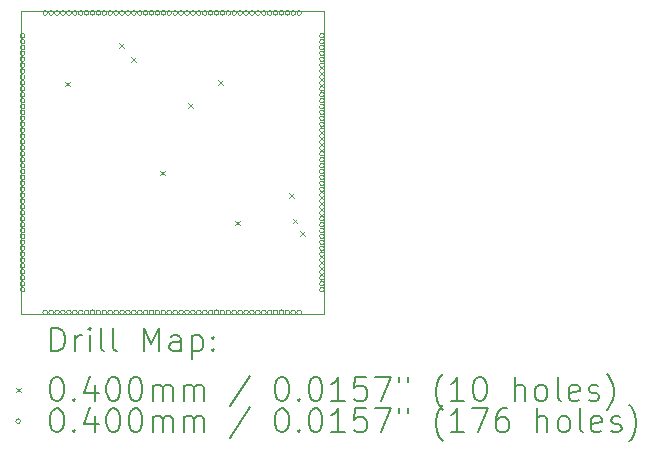
<source format=gbr>
%TF.GenerationSoftware,KiCad,Pcbnew,7.0.8*%
%TF.CreationDate,2024-01-22T11:33:53+00:00*%
%TF.ProjectId,Neptune-32x-315-5818-bypass,4e657074-756e-4652-9d33-32782d333135,rev?*%
%TF.SameCoordinates,Original*%
%TF.FileFunction,Drillmap*%
%TF.FilePolarity,Positive*%
%FSLAX45Y45*%
G04 Gerber Fmt 4.5, Leading zero omitted, Abs format (unit mm)*
G04 Created by KiCad (PCBNEW 7.0.8) date 2024-01-22 11:33:53*
%MOMM*%
%LPD*%
G01*
G04 APERTURE LIST*
%ADD10C,0.100000*%
%ADD11C,0.200000*%
%ADD12C,0.040000*%
G04 APERTURE END LIST*
D10*
X12433300Y-7614920D02*
X14993620Y-7614920D01*
X14993620Y-10175240D01*
X12433300Y-10175240D01*
X12433300Y-7614920D01*
D11*
D12*
X12807250Y-8208450D02*
X12847250Y-8248450D01*
X12847250Y-8208450D02*
X12807250Y-8248450D01*
X13265800Y-7882570D02*
X13305800Y-7922570D01*
X13305800Y-7882570D02*
X13265800Y-7922570D01*
X13365370Y-8003460D02*
X13405370Y-8043460D01*
X13405370Y-8003460D02*
X13365370Y-8043460D01*
X13610460Y-8961720D02*
X13650460Y-9001720D01*
X13650460Y-8961720D02*
X13610460Y-9001720D01*
X13846120Y-8391390D02*
X13886120Y-8431390D01*
X13886120Y-8391390D02*
X13846120Y-8431390D01*
X14099470Y-8196460D02*
X14139470Y-8236460D01*
X14139470Y-8196460D02*
X14099470Y-8236460D01*
X14247890Y-9385990D02*
X14287890Y-9425990D01*
X14287890Y-9385990D02*
X14247890Y-9425990D01*
X14705140Y-9150300D02*
X14745140Y-9190300D01*
X14745140Y-9150300D02*
X14705140Y-9190300D01*
X14731270Y-9368290D02*
X14771270Y-9408290D01*
X14771270Y-9368290D02*
X14731270Y-9408290D01*
X14796220Y-9474330D02*
X14836220Y-9514330D01*
X14836220Y-9474330D02*
X14796220Y-9514330D01*
X12465380Y-7820040D02*
G75*
G03*
X12465380Y-7820040I-20000J0D01*
G01*
X12465380Y-7870040D02*
G75*
G03*
X12465380Y-7870040I-20000J0D01*
G01*
X12465380Y-7920040D02*
G75*
G03*
X12465380Y-7920040I-20000J0D01*
G01*
X12465380Y-7970040D02*
G75*
G03*
X12465380Y-7970040I-20000J0D01*
G01*
X12465380Y-8020040D02*
G75*
G03*
X12465380Y-8020040I-20000J0D01*
G01*
X12465380Y-8070040D02*
G75*
G03*
X12465380Y-8070040I-20000J0D01*
G01*
X12465380Y-8120040D02*
G75*
G03*
X12465380Y-8120040I-20000J0D01*
G01*
X12465380Y-8170040D02*
G75*
G03*
X12465380Y-8170040I-20000J0D01*
G01*
X12465380Y-8220040D02*
G75*
G03*
X12465380Y-8220040I-20000J0D01*
G01*
X12465380Y-8270040D02*
G75*
G03*
X12465380Y-8270040I-20000J0D01*
G01*
X12465380Y-8320040D02*
G75*
G03*
X12465380Y-8320040I-20000J0D01*
G01*
X12465380Y-8370040D02*
G75*
G03*
X12465380Y-8370040I-20000J0D01*
G01*
X12465380Y-8420040D02*
G75*
G03*
X12465380Y-8420040I-20000J0D01*
G01*
X12465380Y-8470040D02*
G75*
G03*
X12465380Y-8470040I-20000J0D01*
G01*
X12465380Y-8520040D02*
G75*
G03*
X12465380Y-8520040I-20000J0D01*
G01*
X12465380Y-8570040D02*
G75*
G03*
X12465380Y-8570040I-20000J0D01*
G01*
X12465380Y-8620040D02*
G75*
G03*
X12465380Y-8620040I-20000J0D01*
G01*
X12465380Y-8670040D02*
G75*
G03*
X12465380Y-8670040I-20000J0D01*
G01*
X12465380Y-8720040D02*
G75*
G03*
X12465380Y-8720040I-20000J0D01*
G01*
X12465380Y-8770040D02*
G75*
G03*
X12465380Y-8770040I-20000J0D01*
G01*
X12465380Y-8820040D02*
G75*
G03*
X12465380Y-8820040I-20000J0D01*
G01*
X12465380Y-8870040D02*
G75*
G03*
X12465380Y-8870040I-20000J0D01*
G01*
X12465380Y-8920040D02*
G75*
G03*
X12465380Y-8920040I-20000J0D01*
G01*
X12465380Y-8970040D02*
G75*
G03*
X12465380Y-8970040I-20000J0D01*
G01*
X12465380Y-9020040D02*
G75*
G03*
X12465380Y-9020040I-20000J0D01*
G01*
X12465380Y-9070040D02*
G75*
G03*
X12465380Y-9070040I-20000J0D01*
G01*
X12465380Y-9120040D02*
G75*
G03*
X12465380Y-9120040I-20000J0D01*
G01*
X12465380Y-9170040D02*
G75*
G03*
X12465380Y-9170040I-20000J0D01*
G01*
X12465380Y-9220040D02*
G75*
G03*
X12465380Y-9220040I-20000J0D01*
G01*
X12465380Y-9270040D02*
G75*
G03*
X12465380Y-9270040I-20000J0D01*
G01*
X12465380Y-9320040D02*
G75*
G03*
X12465380Y-9320040I-20000J0D01*
G01*
X12465380Y-9370040D02*
G75*
G03*
X12465380Y-9370040I-20000J0D01*
G01*
X12465380Y-9420040D02*
G75*
G03*
X12465380Y-9420040I-20000J0D01*
G01*
X12465380Y-9470040D02*
G75*
G03*
X12465380Y-9470040I-20000J0D01*
G01*
X12465380Y-9520040D02*
G75*
G03*
X12465380Y-9520040I-20000J0D01*
G01*
X12465380Y-9570040D02*
G75*
G03*
X12465380Y-9570040I-20000J0D01*
G01*
X12465380Y-9620040D02*
G75*
G03*
X12465380Y-9620040I-20000J0D01*
G01*
X12465380Y-9670040D02*
G75*
G03*
X12465380Y-9670040I-20000J0D01*
G01*
X12465380Y-9720040D02*
G75*
G03*
X12465380Y-9720040I-20000J0D01*
G01*
X12465380Y-9770040D02*
G75*
G03*
X12465380Y-9770040I-20000J0D01*
G01*
X12465380Y-9820040D02*
G75*
G03*
X12465380Y-9820040I-20000J0D01*
G01*
X12465380Y-9870040D02*
G75*
G03*
X12465380Y-9870040I-20000J0D01*
G01*
X12465380Y-9920040D02*
G75*
G03*
X12465380Y-9920040I-20000J0D01*
G01*
X12465380Y-9970040D02*
G75*
G03*
X12465380Y-9970040I-20000J0D01*
G01*
X12657880Y-7627540D02*
G75*
G03*
X12657880Y-7627540I-20000J0D01*
G01*
X12657880Y-10162540D02*
G75*
G03*
X12657880Y-10162540I-20000J0D01*
G01*
X12707880Y-7627540D02*
G75*
G03*
X12707880Y-7627540I-20000J0D01*
G01*
X12707880Y-10162540D02*
G75*
G03*
X12707880Y-10162540I-20000J0D01*
G01*
X12757880Y-7627540D02*
G75*
G03*
X12757880Y-7627540I-20000J0D01*
G01*
X12757880Y-10162540D02*
G75*
G03*
X12757880Y-10162540I-20000J0D01*
G01*
X12807880Y-7627540D02*
G75*
G03*
X12807880Y-7627540I-20000J0D01*
G01*
X12807880Y-10162540D02*
G75*
G03*
X12807880Y-10162540I-20000J0D01*
G01*
X12857880Y-7627540D02*
G75*
G03*
X12857880Y-7627540I-20000J0D01*
G01*
X12857880Y-10162540D02*
G75*
G03*
X12857880Y-10162540I-20000J0D01*
G01*
X12907880Y-7627540D02*
G75*
G03*
X12907880Y-7627540I-20000J0D01*
G01*
X12907880Y-10162540D02*
G75*
G03*
X12907880Y-10162540I-20000J0D01*
G01*
X12957880Y-7627540D02*
G75*
G03*
X12957880Y-7627540I-20000J0D01*
G01*
X12957880Y-10162540D02*
G75*
G03*
X12957880Y-10162540I-20000J0D01*
G01*
X13007880Y-7627540D02*
G75*
G03*
X13007880Y-7627540I-20000J0D01*
G01*
X13007880Y-10162540D02*
G75*
G03*
X13007880Y-10162540I-20000J0D01*
G01*
X13057880Y-7627540D02*
G75*
G03*
X13057880Y-7627540I-20000J0D01*
G01*
X13057880Y-10162540D02*
G75*
G03*
X13057880Y-10162540I-20000J0D01*
G01*
X13107880Y-7627540D02*
G75*
G03*
X13107880Y-7627540I-20000J0D01*
G01*
X13107880Y-10162540D02*
G75*
G03*
X13107880Y-10162540I-20000J0D01*
G01*
X13157880Y-7627540D02*
G75*
G03*
X13157880Y-7627540I-20000J0D01*
G01*
X13157880Y-10162540D02*
G75*
G03*
X13157880Y-10162540I-20000J0D01*
G01*
X13207880Y-7627540D02*
G75*
G03*
X13207880Y-7627540I-20000J0D01*
G01*
X13207880Y-10162540D02*
G75*
G03*
X13207880Y-10162540I-20000J0D01*
G01*
X13257880Y-7627540D02*
G75*
G03*
X13257880Y-7627540I-20000J0D01*
G01*
X13257880Y-10162540D02*
G75*
G03*
X13257880Y-10162540I-20000J0D01*
G01*
X13307880Y-7627540D02*
G75*
G03*
X13307880Y-7627540I-20000J0D01*
G01*
X13307880Y-10162540D02*
G75*
G03*
X13307880Y-10162540I-20000J0D01*
G01*
X13357880Y-7627540D02*
G75*
G03*
X13357880Y-7627540I-20000J0D01*
G01*
X13357880Y-10162540D02*
G75*
G03*
X13357880Y-10162540I-20000J0D01*
G01*
X13407880Y-7627540D02*
G75*
G03*
X13407880Y-7627540I-20000J0D01*
G01*
X13407880Y-10162540D02*
G75*
G03*
X13407880Y-10162540I-20000J0D01*
G01*
X13457880Y-7627540D02*
G75*
G03*
X13457880Y-7627540I-20000J0D01*
G01*
X13457880Y-10162540D02*
G75*
G03*
X13457880Y-10162540I-20000J0D01*
G01*
X13507880Y-7627540D02*
G75*
G03*
X13507880Y-7627540I-20000J0D01*
G01*
X13507880Y-10162540D02*
G75*
G03*
X13507880Y-10162540I-20000J0D01*
G01*
X13557880Y-7627540D02*
G75*
G03*
X13557880Y-7627540I-20000J0D01*
G01*
X13557880Y-10162540D02*
G75*
G03*
X13557880Y-10162540I-20000J0D01*
G01*
X13607880Y-7627540D02*
G75*
G03*
X13607880Y-7627540I-20000J0D01*
G01*
X13607880Y-10162540D02*
G75*
G03*
X13607880Y-10162540I-20000J0D01*
G01*
X13657880Y-7627540D02*
G75*
G03*
X13657880Y-7627540I-20000J0D01*
G01*
X13657880Y-10162540D02*
G75*
G03*
X13657880Y-10162540I-20000J0D01*
G01*
X13707880Y-7627540D02*
G75*
G03*
X13707880Y-7627540I-20000J0D01*
G01*
X13707880Y-10162540D02*
G75*
G03*
X13707880Y-10162540I-20000J0D01*
G01*
X13757880Y-7627540D02*
G75*
G03*
X13757880Y-7627540I-20000J0D01*
G01*
X13757880Y-10162540D02*
G75*
G03*
X13757880Y-10162540I-20000J0D01*
G01*
X13807880Y-7627540D02*
G75*
G03*
X13807880Y-7627540I-20000J0D01*
G01*
X13807880Y-10162540D02*
G75*
G03*
X13807880Y-10162540I-20000J0D01*
G01*
X13857880Y-7627540D02*
G75*
G03*
X13857880Y-7627540I-20000J0D01*
G01*
X13857880Y-10162540D02*
G75*
G03*
X13857880Y-10162540I-20000J0D01*
G01*
X13907880Y-7627540D02*
G75*
G03*
X13907880Y-7627540I-20000J0D01*
G01*
X13907880Y-10162540D02*
G75*
G03*
X13907880Y-10162540I-20000J0D01*
G01*
X13957880Y-7627540D02*
G75*
G03*
X13957880Y-7627540I-20000J0D01*
G01*
X13957880Y-10162540D02*
G75*
G03*
X13957880Y-10162540I-20000J0D01*
G01*
X14007880Y-7627540D02*
G75*
G03*
X14007880Y-7627540I-20000J0D01*
G01*
X14007880Y-10162540D02*
G75*
G03*
X14007880Y-10162540I-20000J0D01*
G01*
X14057880Y-7627540D02*
G75*
G03*
X14057880Y-7627540I-20000J0D01*
G01*
X14057880Y-10162540D02*
G75*
G03*
X14057880Y-10162540I-20000J0D01*
G01*
X14107880Y-7627540D02*
G75*
G03*
X14107880Y-7627540I-20000J0D01*
G01*
X14107880Y-10162540D02*
G75*
G03*
X14107880Y-10162540I-20000J0D01*
G01*
X14157880Y-7627540D02*
G75*
G03*
X14157880Y-7627540I-20000J0D01*
G01*
X14157880Y-10162540D02*
G75*
G03*
X14157880Y-10162540I-20000J0D01*
G01*
X14207880Y-7627540D02*
G75*
G03*
X14207880Y-7627540I-20000J0D01*
G01*
X14207880Y-10162540D02*
G75*
G03*
X14207880Y-10162540I-20000J0D01*
G01*
X14257880Y-7627540D02*
G75*
G03*
X14257880Y-7627540I-20000J0D01*
G01*
X14257880Y-10162540D02*
G75*
G03*
X14257880Y-10162540I-20000J0D01*
G01*
X14307880Y-7627540D02*
G75*
G03*
X14307880Y-7627540I-20000J0D01*
G01*
X14307880Y-10162540D02*
G75*
G03*
X14307880Y-10162540I-20000J0D01*
G01*
X14357880Y-7627540D02*
G75*
G03*
X14357880Y-7627540I-20000J0D01*
G01*
X14357880Y-10162540D02*
G75*
G03*
X14357880Y-10162540I-20000J0D01*
G01*
X14407880Y-7627540D02*
G75*
G03*
X14407880Y-7627540I-20000J0D01*
G01*
X14407880Y-10162540D02*
G75*
G03*
X14407880Y-10162540I-20000J0D01*
G01*
X14457880Y-7627540D02*
G75*
G03*
X14457880Y-7627540I-20000J0D01*
G01*
X14457880Y-10162540D02*
G75*
G03*
X14457880Y-10162540I-20000J0D01*
G01*
X14507880Y-7627540D02*
G75*
G03*
X14507880Y-7627540I-20000J0D01*
G01*
X14507880Y-10162540D02*
G75*
G03*
X14507880Y-10162540I-20000J0D01*
G01*
X14557880Y-7627540D02*
G75*
G03*
X14557880Y-7627540I-20000J0D01*
G01*
X14557880Y-10162540D02*
G75*
G03*
X14557880Y-10162540I-20000J0D01*
G01*
X14607880Y-7627540D02*
G75*
G03*
X14607880Y-7627540I-20000J0D01*
G01*
X14607880Y-10162540D02*
G75*
G03*
X14607880Y-10162540I-20000J0D01*
G01*
X14657880Y-7627540D02*
G75*
G03*
X14657880Y-7627540I-20000J0D01*
G01*
X14657880Y-10162540D02*
G75*
G03*
X14657880Y-10162540I-20000J0D01*
G01*
X14707880Y-7627540D02*
G75*
G03*
X14707880Y-7627540I-20000J0D01*
G01*
X14707880Y-10162540D02*
G75*
G03*
X14707880Y-10162540I-20000J0D01*
G01*
X14757880Y-7627540D02*
G75*
G03*
X14757880Y-7627540I-20000J0D01*
G01*
X14757880Y-10162540D02*
G75*
G03*
X14757880Y-10162540I-20000J0D01*
G01*
X14807880Y-7627540D02*
G75*
G03*
X14807880Y-7627540I-20000J0D01*
G01*
X14807880Y-10162540D02*
G75*
G03*
X14807880Y-10162540I-20000J0D01*
G01*
X15000380Y-7820040D02*
G75*
G03*
X15000380Y-7820040I-20000J0D01*
G01*
X15000380Y-7870040D02*
G75*
G03*
X15000380Y-7870040I-20000J0D01*
G01*
X15000380Y-7920040D02*
G75*
G03*
X15000380Y-7920040I-20000J0D01*
G01*
X15000380Y-7970040D02*
G75*
G03*
X15000380Y-7970040I-20000J0D01*
G01*
X15000380Y-8020040D02*
G75*
G03*
X15000380Y-8020040I-20000J0D01*
G01*
X15000380Y-8070040D02*
G75*
G03*
X15000380Y-8070040I-20000J0D01*
G01*
X15000380Y-8120040D02*
G75*
G03*
X15000380Y-8120040I-20000J0D01*
G01*
X15000380Y-8170040D02*
G75*
G03*
X15000380Y-8170040I-20000J0D01*
G01*
X15000380Y-8220040D02*
G75*
G03*
X15000380Y-8220040I-20000J0D01*
G01*
X15000380Y-8270040D02*
G75*
G03*
X15000380Y-8270040I-20000J0D01*
G01*
X15000380Y-8320040D02*
G75*
G03*
X15000380Y-8320040I-20000J0D01*
G01*
X15000380Y-8370040D02*
G75*
G03*
X15000380Y-8370040I-20000J0D01*
G01*
X15000380Y-8420040D02*
G75*
G03*
X15000380Y-8420040I-20000J0D01*
G01*
X15000380Y-8470040D02*
G75*
G03*
X15000380Y-8470040I-20000J0D01*
G01*
X15000380Y-8520040D02*
G75*
G03*
X15000380Y-8520040I-20000J0D01*
G01*
X15000380Y-8570040D02*
G75*
G03*
X15000380Y-8570040I-20000J0D01*
G01*
X15000380Y-8620040D02*
G75*
G03*
X15000380Y-8620040I-20000J0D01*
G01*
X15000380Y-8670040D02*
G75*
G03*
X15000380Y-8670040I-20000J0D01*
G01*
X15000380Y-8720040D02*
G75*
G03*
X15000380Y-8720040I-20000J0D01*
G01*
X15000380Y-8770040D02*
G75*
G03*
X15000380Y-8770040I-20000J0D01*
G01*
X15000380Y-8820040D02*
G75*
G03*
X15000380Y-8820040I-20000J0D01*
G01*
X15000380Y-8870040D02*
G75*
G03*
X15000380Y-8870040I-20000J0D01*
G01*
X15000380Y-8920040D02*
G75*
G03*
X15000380Y-8920040I-20000J0D01*
G01*
X15000380Y-8970040D02*
G75*
G03*
X15000380Y-8970040I-20000J0D01*
G01*
X15000380Y-9020040D02*
G75*
G03*
X15000380Y-9020040I-20000J0D01*
G01*
X15000380Y-9070040D02*
G75*
G03*
X15000380Y-9070040I-20000J0D01*
G01*
X15000380Y-9120040D02*
G75*
G03*
X15000380Y-9120040I-20000J0D01*
G01*
X15000380Y-9170040D02*
G75*
G03*
X15000380Y-9170040I-20000J0D01*
G01*
X15000380Y-9220040D02*
G75*
G03*
X15000380Y-9220040I-20000J0D01*
G01*
X15000380Y-9270040D02*
G75*
G03*
X15000380Y-9270040I-20000J0D01*
G01*
X15000380Y-9320040D02*
G75*
G03*
X15000380Y-9320040I-20000J0D01*
G01*
X15000380Y-9370040D02*
G75*
G03*
X15000380Y-9370040I-20000J0D01*
G01*
X15000380Y-9420040D02*
G75*
G03*
X15000380Y-9420040I-20000J0D01*
G01*
X15000380Y-9470040D02*
G75*
G03*
X15000380Y-9470040I-20000J0D01*
G01*
X15000380Y-9520040D02*
G75*
G03*
X15000380Y-9520040I-20000J0D01*
G01*
X15000380Y-9570040D02*
G75*
G03*
X15000380Y-9570040I-20000J0D01*
G01*
X15000380Y-9620040D02*
G75*
G03*
X15000380Y-9620040I-20000J0D01*
G01*
X15000380Y-9670040D02*
G75*
G03*
X15000380Y-9670040I-20000J0D01*
G01*
X15000380Y-9720040D02*
G75*
G03*
X15000380Y-9720040I-20000J0D01*
G01*
X15000380Y-9770040D02*
G75*
G03*
X15000380Y-9770040I-20000J0D01*
G01*
X15000380Y-9820040D02*
G75*
G03*
X15000380Y-9820040I-20000J0D01*
G01*
X15000380Y-9870040D02*
G75*
G03*
X15000380Y-9870040I-20000J0D01*
G01*
X15000380Y-9920040D02*
G75*
G03*
X15000380Y-9920040I-20000J0D01*
G01*
X15000380Y-9970040D02*
G75*
G03*
X15000380Y-9970040I-20000J0D01*
G01*
D11*
X12689077Y-10491724D02*
X12689077Y-10291724D01*
X12689077Y-10291724D02*
X12736696Y-10291724D01*
X12736696Y-10291724D02*
X12765267Y-10301248D01*
X12765267Y-10301248D02*
X12784315Y-10320295D01*
X12784315Y-10320295D02*
X12793839Y-10339343D01*
X12793839Y-10339343D02*
X12803362Y-10377438D01*
X12803362Y-10377438D02*
X12803362Y-10406010D01*
X12803362Y-10406010D02*
X12793839Y-10444105D01*
X12793839Y-10444105D02*
X12784315Y-10463152D01*
X12784315Y-10463152D02*
X12765267Y-10482200D01*
X12765267Y-10482200D02*
X12736696Y-10491724D01*
X12736696Y-10491724D02*
X12689077Y-10491724D01*
X12889077Y-10491724D02*
X12889077Y-10358390D01*
X12889077Y-10396486D02*
X12898601Y-10377438D01*
X12898601Y-10377438D02*
X12908124Y-10367914D01*
X12908124Y-10367914D02*
X12927172Y-10358390D01*
X12927172Y-10358390D02*
X12946220Y-10358390D01*
X13012886Y-10491724D02*
X13012886Y-10358390D01*
X13012886Y-10291724D02*
X13003362Y-10301248D01*
X13003362Y-10301248D02*
X13012886Y-10310771D01*
X13012886Y-10310771D02*
X13022410Y-10301248D01*
X13022410Y-10301248D02*
X13012886Y-10291724D01*
X13012886Y-10291724D02*
X13012886Y-10310771D01*
X13136696Y-10491724D02*
X13117648Y-10482200D01*
X13117648Y-10482200D02*
X13108124Y-10463152D01*
X13108124Y-10463152D02*
X13108124Y-10291724D01*
X13241458Y-10491724D02*
X13222410Y-10482200D01*
X13222410Y-10482200D02*
X13212886Y-10463152D01*
X13212886Y-10463152D02*
X13212886Y-10291724D01*
X13470029Y-10491724D02*
X13470029Y-10291724D01*
X13470029Y-10291724D02*
X13536696Y-10434581D01*
X13536696Y-10434581D02*
X13603362Y-10291724D01*
X13603362Y-10291724D02*
X13603362Y-10491724D01*
X13784315Y-10491724D02*
X13784315Y-10386962D01*
X13784315Y-10386962D02*
X13774791Y-10367914D01*
X13774791Y-10367914D02*
X13755743Y-10358390D01*
X13755743Y-10358390D02*
X13717648Y-10358390D01*
X13717648Y-10358390D02*
X13698601Y-10367914D01*
X13784315Y-10482200D02*
X13765267Y-10491724D01*
X13765267Y-10491724D02*
X13717648Y-10491724D01*
X13717648Y-10491724D02*
X13698601Y-10482200D01*
X13698601Y-10482200D02*
X13689077Y-10463152D01*
X13689077Y-10463152D02*
X13689077Y-10444105D01*
X13689077Y-10444105D02*
X13698601Y-10425057D01*
X13698601Y-10425057D02*
X13717648Y-10415533D01*
X13717648Y-10415533D02*
X13765267Y-10415533D01*
X13765267Y-10415533D02*
X13784315Y-10406010D01*
X13879553Y-10358390D02*
X13879553Y-10558390D01*
X13879553Y-10367914D02*
X13898601Y-10358390D01*
X13898601Y-10358390D02*
X13936696Y-10358390D01*
X13936696Y-10358390D02*
X13955743Y-10367914D01*
X13955743Y-10367914D02*
X13965267Y-10377438D01*
X13965267Y-10377438D02*
X13974791Y-10396486D01*
X13974791Y-10396486D02*
X13974791Y-10453629D01*
X13974791Y-10453629D02*
X13965267Y-10472676D01*
X13965267Y-10472676D02*
X13955743Y-10482200D01*
X13955743Y-10482200D02*
X13936696Y-10491724D01*
X13936696Y-10491724D02*
X13898601Y-10491724D01*
X13898601Y-10491724D02*
X13879553Y-10482200D01*
X14060505Y-10472676D02*
X14070029Y-10482200D01*
X14070029Y-10482200D02*
X14060505Y-10491724D01*
X14060505Y-10491724D02*
X14050982Y-10482200D01*
X14050982Y-10482200D02*
X14060505Y-10472676D01*
X14060505Y-10472676D02*
X14060505Y-10491724D01*
X14060505Y-10367914D02*
X14070029Y-10377438D01*
X14070029Y-10377438D02*
X14060505Y-10386962D01*
X14060505Y-10386962D02*
X14050982Y-10377438D01*
X14050982Y-10377438D02*
X14060505Y-10367914D01*
X14060505Y-10367914D02*
X14060505Y-10386962D01*
D12*
X12388300Y-10800240D02*
X12428300Y-10840240D01*
X12428300Y-10800240D02*
X12388300Y-10840240D01*
D11*
X12727172Y-10711724D02*
X12746220Y-10711724D01*
X12746220Y-10711724D02*
X12765267Y-10721248D01*
X12765267Y-10721248D02*
X12774791Y-10730771D01*
X12774791Y-10730771D02*
X12784315Y-10749819D01*
X12784315Y-10749819D02*
X12793839Y-10787914D01*
X12793839Y-10787914D02*
X12793839Y-10835533D01*
X12793839Y-10835533D02*
X12784315Y-10873629D01*
X12784315Y-10873629D02*
X12774791Y-10892676D01*
X12774791Y-10892676D02*
X12765267Y-10902200D01*
X12765267Y-10902200D02*
X12746220Y-10911724D01*
X12746220Y-10911724D02*
X12727172Y-10911724D01*
X12727172Y-10911724D02*
X12708124Y-10902200D01*
X12708124Y-10902200D02*
X12698601Y-10892676D01*
X12698601Y-10892676D02*
X12689077Y-10873629D01*
X12689077Y-10873629D02*
X12679553Y-10835533D01*
X12679553Y-10835533D02*
X12679553Y-10787914D01*
X12679553Y-10787914D02*
X12689077Y-10749819D01*
X12689077Y-10749819D02*
X12698601Y-10730771D01*
X12698601Y-10730771D02*
X12708124Y-10721248D01*
X12708124Y-10721248D02*
X12727172Y-10711724D01*
X12879553Y-10892676D02*
X12889077Y-10902200D01*
X12889077Y-10902200D02*
X12879553Y-10911724D01*
X12879553Y-10911724D02*
X12870029Y-10902200D01*
X12870029Y-10902200D02*
X12879553Y-10892676D01*
X12879553Y-10892676D02*
X12879553Y-10911724D01*
X13060505Y-10778390D02*
X13060505Y-10911724D01*
X13012886Y-10702200D02*
X12965267Y-10845057D01*
X12965267Y-10845057D02*
X13089077Y-10845057D01*
X13203362Y-10711724D02*
X13222410Y-10711724D01*
X13222410Y-10711724D02*
X13241458Y-10721248D01*
X13241458Y-10721248D02*
X13250982Y-10730771D01*
X13250982Y-10730771D02*
X13260505Y-10749819D01*
X13260505Y-10749819D02*
X13270029Y-10787914D01*
X13270029Y-10787914D02*
X13270029Y-10835533D01*
X13270029Y-10835533D02*
X13260505Y-10873629D01*
X13260505Y-10873629D02*
X13250982Y-10892676D01*
X13250982Y-10892676D02*
X13241458Y-10902200D01*
X13241458Y-10902200D02*
X13222410Y-10911724D01*
X13222410Y-10911724D02*
X13203362Y-10911724D01*
X13203362Y-10911724D02*
X13184315Y-10902200D01*
X13184315Y-10902200D02*
X13174791Y-10892676D01*
X13174791Y-10892676D02*
X13165267Y-10873629D01*
X13165267Y-10873629D02*
X13155743Y-10835533D01*
X13155743Y-10835533D02*
X13155743Y-10787914D01*
X13155743Y-10787914D02*
X13165267Y-10749819D01*
X13165267Y-10749819D02*
X13174791Y-10730771D01*
X13174791Y-10730771D02*
X13184315Y-10721248D01*
X13184315Y-10721248D02*
X13203362Y-10711724D01*
X13393839Y-10711724D02*
X13412886Y-10711724D01*
X13412886Y-10711724D02*
X13431934Y-10721248D01*
X13431934Y-10721248D02*
X13441458Y-10730771D01*
X13441458Y-10730771D02*
X13450982Y-10749819D01*
X13450982Y-10749819D02*
X13460505Y-10787914D01*
X13460505Y-10787914D02*
X13460505Y-10835533D01*
X13460505Y-10835533D02*
X13450982Y-10873629D01*
X13450982Y-10873629D02*
X13441458Y-10892676D01*
X13441458Y-10892676D02*
X13431934Y-10902200D01*
X13431934Y-10902200D02*
X13412886Y-10911724D01*
X13412886Y-10911724D02*
X13393839Y-10911724D01*
X13393839Y-10911724D02*
X13374791Y-10902200D01*
X13374791Y-10902200D02*
X13365267Y-10892676D01*
X13365267Y-10892676D02*
X13355743Y-10873629D01*
X13355743Y-10873629D02*
X13346220Y-10835533D01*
X13346220Y-10835533D02*
X13346220Y-10787914D01*
X13346220Y-10787914D02*
X13355743Y-10749819D01*
X13355743Y-10749819D02*
X13365267Y-10730771D01*
X13365267Y-10730771D02*
X13374791Y-10721248D01*
X13374791Y-10721248D02*
X13393839Y-10711724D01*
X13546220Y-10911724D02*
X13546220Y-10778390D01*
X13546220Y-10797438D02*
X13555743Y-10787914D01*
X13555743Y-10787914D02*
X13574791Y-10778390D01*
X13574791Y-10778390D02*
X13603363Y-10778390D01*
X13603363Y-10778390D02*
X13622410Y-10787914D01*
X13622410Y-10787914D02*
X13631934Y-10806962D01*
X13631934Y-10806962D02*
X13631934Y-10911724D01*
X13631934Y-10806962D02*
X13641458Y-10787914D01*
X13641458Y-10787914D02*
X13660505Y-10778390D01*
X13660505Y-10778390D02*
X13689077Y-10778390D01*
X13689077Y-10778390D02*
X13708124Y-10787914D01*
X13708124Y-10787914D02*
X13717648Y-10806962D01*
X13717648Y-10806962D02*
X13717648Y-10911724D01*
X13812886Y-10911724D02*
X13812886Y-10778390D01*
X13812886Y-10797438D02*
X13822410Y-10787914D01*
X13822410Y-10787914D02*
X13841458Y-10778390D01*
X13841458Y-10778390D02*
X13870029Y-10778390D01*
X13870029Y-10778390D02*
X13889077Y-10787914D01*
X13889077Y-10787914D02*
X13898601Y-10806962D01*
X13898601Y-10806962D02*
X13898601Y-10911724D01*
X13898601Y-10806962D02*
X13908124Y-10787914D01*
X13908124Y-10787914D02*
X13927172Y-10778390D01*
X13927172Y-10778390D02*
X13955743Y-10778390D01*
X13955743Y-10778390D02*
X13974791Y-10787914D01*
X13974791Y-10787914D02*
X13984315Y-10806962D01*
X13984315Y-10806962D02*
X13984315Y-10911724D01*
X14374791Y-10702200D02*
X14203363Y-10959343D01*
X14631934Y-10711724D02*
X14650982Y-10711724D01*
X14650982Y-10711724D02*
X14670029Y-10721248D01*
X14670029Y-10721248D02*
X14679553Y-10730771D01*
X14679553Y-10730771D02*
X14689077Y-10749819D01*
X14689077Y-10749819D02*
X14698601Y-10787914D01*
X14698601Y-10787914D02*
X14698601Y-10835533D01*
X14698601Y-10835533D02*
X14689077Y-10873629D01*
X14689077Y-10873629D02*
X14679553Y-10892676D01*
X14679553Y-10892676D02*
X14670029Y-10902200D01*
X14670029Y-10902200D02*
X14650982Y-10911724D01*
X14650982Y-10911724D02*
X14631934Y-10911724D01*
X14631934Y-10911724D02*
X14612886Y-10902200D01*
X14612886Y-10902200D02*
X14603363Y-10892676D01*
X14603363Y-10892676D02*
X14593839Y-10873629D01*
X14593839Y-10873629D02*
X14584315Y-10835533D01*
X14584315Y-10835533D02*
X14584315Y-10787914D01*
X14584315Y-10787914D02*
X14593839Y-10749819D01*
X14593839Y-10749819D02*
X14603363Y-10730771D01*
X14603363Y-10730771D02*
X14612886Y-10721248D01*
X14612886Y-10721248D02*
X14631934Y-10711724D01*
X14784315Y-10892676D02*
X14793839Y-10902200D01*
X14793839Y-10902200D02*
X14784315Y-10911724D01*
X14784315Y-10911724D02*
X14774791Y-10902200D01*
X14774791Y-10902200D02*
X14784315Y-10892676D01*
X14784315Y-10892676D02*
X14784315Y-10911724D01*
X14917648Y-10711724D02*
X14936696Y-10711724D01*
X14936696Y-10711724D02*
X14955744Y-10721248D01*
X14955744Y-10721248D02*
X14965267Y-10730771D01*
X14965267Y-10730771D02*
X14974791Y-10749819D01*
X14974791Y-10749819D02*
X14984315Y-10787914D01*
X14984315Y-10787914D02*
X14984315Y-10835533D01*
X14984315Y-10835533D02*
X14974791Y-10873629D01*
X14974791Y-10873629D02*
X14965267Y-10892676D01*
X14965267Y-10892676D02*
X14955744Y-10902200D01*
X14955744Y-10902200D02*
X14936696Y-10911724D01*
X14936696Y-10911724D02*
X14917648Y-10911724D01*
X14917648Y-10911724D02*
X14898601Y-10902200D01*
X14898601Y-10902200D02*
X14889077Y-10892676D01*
X14889077Y-10892676D02*
X14879553Y-10873629D01*
X14879553Y-10873629D02*
X14870029Y-10835533D01*
X14870029Y-10835533D02*
X14870029Y-10787914D01*
X14870029Y-10787914D02*
X14879553Y-10749819D01*
X14879553Y-10749819D02*
X14889077Y-10730771D01*
X14889077Y-10730771D02*
X14898601Y-10721248D01*
X14898601Y-10721248D02*
X14917648Y-10711724D01*
X15174791Y-10911724D02*
X15060506Y-10911724D01*
X15117648Y-10911724D02*
X15117648Y-10711724D01*
X15117648Y-10711724D02*
X15098601Y-10740295D01*
X15098601Y-10740295D02*
X15079553Y-10759343D01*
X15079553Y-10759343D02*
X15060506Y-10768867D01*
X15355744Y-10711724D02*
X15260506Y-10711724D01*
X15260506Y-10711724D02*
X15250982Y-10806962D01*
X15250982Y-10806962D02*
X15260506Y-10797438D01*
X15260506Y-10797438D02*
X15279553Y-10787914D01*
X15279553Y-10787914D02*
X15327172Y-10787914D01*
X15327172Y-10787914D02*
X15346220Y-10797438D01*
X15346220Y-10797438D02*
X15355744Y-10806962D01*
X15355744Y-10806962D02*
X15365267Y-10826010D01*
X15365267Y-10826010D02*
X15365267Y-10873629D01*
X15365267Y-10873629D02*
X15355744Y-10892676D01*
X15355744Y-10892676D02*
X15346220Y-10902200D01*
X15346220Y-10902200D02*
X15327172Y-10911724D01*
X15327172Y-10911724D02*
X15279553Y-10911724D01*
X15279553Y-10911724D02*
X15260506Y-10902200D01*
X15260506Y-10902200D02*
X15250982Y-10892676D01*
X15431934Y-10711724D02*
X15565267Y-10711724D01*
X15565267Y-10711724D02*
X15479553Y-10911724D01*
X15631934Y-10711724D02*
X15631934Y-10749819D01*
X15708125Y-10711724D02*
X15708125Y-10749819D01*
X16003363Y-10987914D02*
X15993839Y-10978390D01*
X15993839Y-10978390D02*
X15974791Y-10949819D01*
X15974791Y-10949819D02*
X15965268Y-10930771D01*
X15965268Y-10930771D02*
X15955744Y-10902200D01*
X15955744Y-10902200D02*
X15946220Y-10854581D01*
X15946220Y-10854581D02*
X15946220Y-10816486D01*
X15946220Y-10816486D02*
X15955744Y-10768867D01*
X15955744Y-10768867D02*
X15965268Y-10740295D01*
X15965268Y-10740295D02*
X15974791Y-10721248D01*
X15974791Y-10721248D02*
X15993839Y-10692676D01*
X15993839Y-10692676D02*
X16003363Y-10683152D01*
X16184315Y-10911724D02*
X16070029Y-10911724D01*
X16127172Y-10911724D02*
X16127172Y-10711724D01*
X16127172Y-10711724D02*
X16108125Y-10740295D01*
X16108125Y-10740295D02*
X16089077Y-10759343D01*
X16089077Y-10759343D02*
X16070029Y-10768867D01*
X16308125Y-10711724D02*
X16327172Y-10711724D01*
X16327172Y-10711724D02*
X16346220Y-10721248D01*
X16346220Y-10721248D02*
X16355744Y-10730771D01*
X16355744Y-10730771D02*
X16365268Y-10749819D01*
X16365268Y-10749819D02*
X16374791Y-10787914D01*
X16374791Y-10787914D02*
X16374791Y-10835533D01*
X16374791Y-10835533D02*
X16365268Y-10873629D01*
X16365268Y-10873629D02*
X16355744Y-10892676D01*
X16355744Y-10892676D02*
X16346220Y-10902200D01*
X16346220Y-10902200D02*
X16327172Y-10911724D01*
X16327172Y-10911724D02*
X16308125Y-10911724D01*
X16308125Y-10911724D02*
X16289077Y-10902200D01*
X16289077Y-10902200D02*
X16279553Y-10892676D01*
X16279553Y-10892676D02*
X16270029Y-10873629D01*
X16270029Y-10873629D02*
X16260506Y-10835533D01*
X16260506Y-10835533D02*
X16260506Y-10787914D01*
X16260506Y-10787914D02*
X16270029Y-10749819D01*
X16270029Y-10749819D02*
X16279553Y-10730771D01*
X16279553Y-10730771D02*
X16289077Y-10721248D01*
X16289077Y-10721248D02*
X16308125Y-10711724D01*
X16612887Y-10911724D02*
X16612887Y-10711724D01*
X16698601Y-10911724D02*
X16698601Y-10806962D01*
X16698601Y-10806962D02*
X16689077Y-10787914D01*
X16689077Y-10787914D02*
X16670030Y-10778390D01*
X16670030Y-10778390D02*
X16641458Y-10778390D01*
X16641458Y-10778390D02*
X16622410Y-10787914D01*
X16622410Y-10787914D02*
X16612887Y-10797438D01*
X16822411Y-10911724D02*
X16803363Y-10902200D01*
X16803363Y-10902200D02*
X16793839Y-10892676D01*
X16793839Y-10892676D02*
X16784315Y-10873629D01*
X16784315Y-10873629D02*
X16784315Y-10816486D01*
X16784315Y-10816486D02*
X16793839Y-10797438D01*
X16793839Y-10797438D02*
X16803363Y-10787914D01*
X16803363Y-10787914D02*
X16822411Y-10778390D01*
X16822411Y-10778390D02*
X16850982Y-10778390D01*
X16850982Y-10778390D02*
X16870030Y-10787914D01*
X16870030Y-10787914D02*
X16879553Y-10797438D01*
X16879553Y-10797438D02*
X16889077Y-10816486D01*
X16889077Y-10816486D02*
X16889077Y-10873629D01*
X16889077Y-10873629D02*
X16879553Y-10892676D01*
X16879553Y-10892676D02*
X16870030Y-10902200D01*
X16870030Y-10902200D02*
X16850982Y-10911724D01*
X16850982Y-10911724D02*
X16822411Y-10911724D01*
X17003363Y-10911724D02*
X16984315Y-10902200D01*
X16984315Y-10902200D02*
X16974792Y-10883152D01*
X16974792Y-10883152D02*
X16974792Y-10711724D01*
X17155744Y-10902200D02*
X17136696Y-10911724D01*
X17136696Y-10911724D02*
X17098601Y-10911724D01*
X17098601Y-10911724D02*
X17079553Y-10902200D01*
X17079553Y-10902200D02*
X17070030Y-10883152D01*
X17070030Y-10883152D02*
X17070030Y-10806962D01*
X17070030Y-10806962D02*
X17079553Y-10787914D01*
X17079553Y-10787914D02*
X17098601Y-10778390D01*
X17098601Y-10778390D02*
X17136696Y-10778390D01*
X17136696Y-10778390D02*
X17155744Y-10787914D01*
X17155744Y-10787914D02*
X17165268Y-10806962D01*
X17165268Y-10806962D02*
X17165268Y-10826010D01*
X17165268Y-10826010D02*
X17070030Y-10845057D01*
X17241458Y-10902200D02*
X17260506Y-10911724D01*
X17260506Y-10911724D02*
X17298601Y-10911724D01*
X17298601Y-10911724D02*
X17317649Y-10902200D01*
X17317649Y-10902200D02*
X17327173Y-10883152D01*
X17327173Y-10883152D02*
X17327173Y-10873629D01*
X17327173Y-10873629D02*
X17317649Y-10854581D01*
X17317649Y-10854581D02*
X17298601Y-10845057D01*
X17298601Y-10845057D02*
X17270030Y-10845057D01*
X17270030Y-10845057D02*
X17250982Y-10835533D01*
X17250982Y-10835533D02*
X17241458Y-10816486D01*
X17241458Y-10816486D02*
X17241458Y-10806962D01*
X17241458Y-10806962D02*
X17250982Y-10787914D01*
X17250982Y-10787914D02*
X17270030Y-10778390D01*
X17270030Y-10778390D02*
X17298601Y-10778390D01*
X17298601Y-10778390D02*
X17317649Y-10787914D01*
X17393839Y-10987914D02*
X17403363Y-10978390D01*
X17403363Y-10978390D02*
X17422411Y-10949819D01*
X17422411Y-10949819D02*
X17431934Y-10930771D01*
X17431934Y-10930771D02*
X17441458Y-10902200D01*
X17441458Y-10902200D02*
X17450982Y-10854581D01*
X17450982Y-10854581D02*
X17450982Y-10816486D01*
X17450982Y-10816486D02*
X17441458Y-10768867D01*
X17441458Y-10768867D02*
X17431934Y-10740295D01*
X17431934Y-10740295D02*
X17422411Y-10721248D01*
X17422411Y-10721248D02*
X17403363Y-10692676D01*
X17403363Y-10692676D02*
X17393839Y-10683152D01*
D12*
X12428300Y-11084240D02*
G75*
G03*
X12428300Y-11084240I-20000J0D01*
G01*
D11*
X12727172Y-10975724D02*
X12746220Y-10975724D01*
X12746220Y-10975724D02*
X12765267Y-10985248D01*
X12765267Y-10985248D02*
X12774791Y-10994771D01*
X12774791Y-10994771D02*
X12784315Y-11013819D01*
X12784315Y-11013819D02*
X12793839Y-11051914D01*
X12793839Y-11051914D02*
X12793839Y-11099533D01*
X12793839Y-11099533D02*
X12784315Y-11137629D01*
X12784315Y-11137629D02*
X12774791Y-11156676D01*
X12774791Y-11156676D02*
X12765267Y-11166200D01*
X12765267Y-11166200D02*
X12746220Y-11175724D01*
X12746220Y-11175724D02*
X12727172Y-11175724D01*
X12727172Y-11175724D02*
X12708124Y-11166200D01*
X12708124Y-11166200D02*
X12698601Y-11156676D01*
X12698601Y-11156676D02*
X12689077Y-11137629D01*
X12689077Y-11137629D02*
X12679553Y-11099533D01*
X12679553Y-11099533D02*
X12679553Y-11051914D01*
X12679553Y-11051914D02*
X12689077Y-11013819D01*
X12689077Y-11013819D02*
X12698601Y-10994771D01*
X12698601Y-10994771D02*
X12708124Y-10985248D01*
X12708124Y-10985248D02*
X12727172Y-10975724D01*
X12879553Y-11156676D02*
X12889077Y-11166200D01*
X12889077Y-11166200D02*
X12879553Y-11175724D01*
X12879553Y-11175724D02*
X12870029Y-11166200D01*
X12870029Y-11166200D02*
X12879553Y-11156676D01*
X12879553Y-11156676D02*
X12879553Y-11175724D01*
X13060505Y-11042390D02*
X13060505Y-11175724D01*
X13012886Y-10966200D02*
X12965267Y-11109057D01*
X12965267Y-11109057D02*
X13089077Y-11109057D01*
X13203362Y-10975724D02*
X13222410Y-10975724D01*
X13222410Y-10975724D02*
X13241458Y-10985248D01*
X13241458Y-10985248D02*
X13250982Y-10994771D01*
X13250982Y-10994771D02*
X13260505Y-11013819D01*
X13260505Y-11013819D02*
X13270029Y-11051914D01*
X13270029Y-11051914D02*
X13270029Y-11099533D01*
X13270029Y-11099533D02*
X13260505Y-11137629D01*
X13260505Y-11137629D02*
X13250982Y-11156676D01*
X13250982Y-11156676D02*
X13241458Y-11166200D01*
X13241458Y-11166200D02*
X13222410Y-11175724D01*
X13222410Y-11175724D02*
X13203362Y-11175724D01*
X13203362Y-11175724D02*
X13184315Y-11166200D01*
X13184315Y-11166200D02*
X13174791Y-11156676D01*
X13174791Y-11156676D02*
X13165267Y-11137629D01*
X13165267Y-11137629D02*
X13155743Y-11099533D01*
X13155743Y-11099533D02*
X13155743Y-11051914D01*
X13155743Y-11051914D02*
X13165267Y-11013819D01*
X13165267Y-11013819D02*
X13174791Y-10994771D01*
X13174791Y-10994771D02*
X13184315Y-10985248D01*
X13184315Y-10985248D02*
X13203362Y-10975724D01*
X13393839Y-10975724D02*
X13412886Y-10975724D01*
X13412886Y-10975724D02*
X13431934Y-10985248D01*
X13431934Y-10985248D02*
X13441458Y-10994771D01*
X13441458Y-10994771D02*
X13450982Y-11013819D01*
X13450982Y-11013819D02*
X13460505Y-11051914D01*
X13460505Y-11051914D02*
X13460505Y-11099533D01*
X13460505Y-11099533D02*
X13450982Y-11137629D01*
X13450982Y-11137629D02*
X13441458Y-11156676D01*
X13441458Y-11156676D02*
X13431934Y-11166200D01*
X13431934Y-11166200D02*
X13412886Y-11175724D01*
X13412886Y-11175724D02*
X13393839Y-11175724D01*
X13393839Y-11175724D02*
X13374791Y-11166200D01*
X13374791Y-11166200D02*
X13365267Y-11156676D01*
X13365267Y-11156676D02*
X13355743Y-11137629D01*
X13355743Y-11137629D02*
X13346220Y-11099533D01*
X13346220Y-11099533D02*
X13346220Y-11051914D01*
X13346220Y-11051914D02*
X13355743Y-11013819D01*
X13355743Y-11013819D02*
X13365267Y-10994771D01*
X13365267Y-10994771D02*
X13374791Y-10985248D01*
X13374791Y-10985248D02*
X13393839Y-10975724D01*
X13546220Y-11175724D02*
X13546220Y-11042390D01*
X13546220Y-11061438D02*
X13555743Y-11051914D01*
X13555743Y-11051914D02*
X13574791Y-11042390D01*
X13574791Y-11042390D02*
X13603363Y-11042390D01*
X13603363Y-11042390D02*
X13622410Y-11051914D01*
X13622410Y-11051914D02*
X13631934Y-11070962D01*
X13631934Y-11070962D02*
X13631934Y-11175724D01*
X13631934Y-11070962D02*
X13641458Y-11051914D01*
X13641458Y-11051914D02*
X13660505Y-11042390D01*
X13660505Y-11042390D02*
X13689077Y-11042390D01*
X13689077Y-11042390D02*
X13708124Y-11051914D01*
X13708124Y-11051914D02*
X13717648Y-11070962D01*
X13717648Y-11070962D02*
X13717648Y-11175724D01*
X13812886Y-11175724D02*
X13812886Y-11042390D01*
X13812886Y-11061438D02*
X13822410Y-11051914D01*
X13822410Y-11051914D02*
X13841458Y-11042390D01*
X13841458Y-11042390D02*
X13870029Y-11042390D01*
X13870029Y-11042390D02*
X13889077Y-11051914D01*
X13889077Y-11051914D02*
X13898601Y-11070962D01*
X13898601Y-11070962D02*
X13898601Y-11175724D01*
X13898601Y-11070962D02*
X13908124Y-11051914D01*
X13908124Y-11051914D02*
X13927172Y-11042390D01*
X13927172Y-11042390D02*
X13955743Y-11042390D01*
X13955743Y-11042390D02*
X13974791Y-11051914D01*
X13974791Y-11051914D02*
X13984315Y-11070962D01*
X13984315Y-11070962D02*
X13984315Y-11175724D01*
X14374791Y-10966200D02*
X14203363Y-11223343D01*
X14631934Y-10975724D02*
X14650982Y-10975724D01*
X14650982Y-10975724D02*
X14670029Y-10985248D01*
X14670029Y-10985248D02*
X14679553Y-10994771D01*
X14679553Y-10994771D02*
X14689077Y-11013819D01*
X14689077Y-11013819D02*
X14698601Y-11051914D01*
X14698601Y-11051914D02*
X14698601Y-11099533D01*
X14698601Y-11099533D02*
X14689077Y-11137629D01*
X14689077Y-11137629D02*
X14679553Y-11156676D01*
X14679553Y-11156676D02*
X14670029Y-11166200D01*
X14670029Y-11166200D02*
X14650982Y-11175724D01*
X14650982Y-11175724D02*
X14631934Y-11175724D01*
X14631934Y-11175724D02*
X14612886Y-11166200D01*
X14612886Y-11166200D02*
X14603363Y-11156676D01*
X14603363Y-11156676D02*
X14593839Y-11137629D01*
X14593839Y-11137629D02*
X14584315Y-11099533D01*
X14584315Y-11099533D02*
X14584315Y-11051914D01*
X14584315Y-11051914D02*
X14593839Y-11013819D01*
X14593839Y-11013819D02*
X14603363Y-10994771D01*
X14603363Y-10994771D02*
X14612886Y-10985248D01*
X14612886Y-10985248D02*
X14631934Y-10975724D01*
X14784315Y-11156676D02*
X14793839Y-11166200D01*
X14793839Y-11166200D02*
X14784315Y-11175724D01*
X14784315Y-11175724D02*
X14774791Y-11166200D01*
X14774791Y-11166200D02*
X14784315Y-11156676D01*
X14784315Y-11156676D02*
X14784315Y-11175724D01*
X14917648Y-10975724D02*
X14936696Y-10975724D01*
X14936696Y-10975724D02*
X14955744Y-10985248D01*
X14955744Y-10985248D02*
X14965267Y-10994771D01*
X14965267Y-10994771D02*
X14974791Y-11013819D01*
X14974791Y-11013819D02*
X14984315Y-11051914D01*
X14984315Y-11051914D02*
X14984315Y-11099533D01*
X14984315Y-11099533D02*
X14974791Y-11137629D01*
X14974791Y-11137629D02*
X14965267Y-11156676D01*
X14965267Y-11156676D02*
X14955744Y-11166200D01*
X14955744Y-11166200D02*
X14936696Y-11175724D01*
X14936696Y-11175724D02*
X14917648Y-11175724D01*
X14917648Y-11175724D02*
X14898601Y-11166200D01*
X14898601Y-11166200D02*
X14889077Y-11156676D01*
X14889077Y-11156676D02*
X14879553Y-11137629D01*
X14879553Y-11137629D02*
X14870029Y-11099533D01*
X14870029Y-11099533D02*
X14870029Y-11051914D01*
X14870029Y-11051914D02*
X14879553Y-11013819D01*
X14879553Y-11013819D02*
X14889077Y-10994771D01*
X14889077Y-10994771D02*
X14898601Y-10985248D01*
X14898601Y-10985248D02*
X14917648Y-10975724D01*
X15174791Y-11175724D02*
X15060506Y-11175724D01*
X15117648Y-11175724D02*
X15117648Y-10975724D01*
X15117648Y-10975724D02*
X15098601Y-11004295D01*
X15098601Y-11004295D02*
X15079553Y-11023343D01*
X15079553Y-11023343D02*
X15060506Y-11032867D01*
X15355744Y-10975724D02*
X15260506Y-10975724D01*
X15260506Y-10975724D02*
X15250982Y-11070962D01*
X15250982Y-11070962D02*
X15260506Y-11061438D01*
X15260506Y-11061438D02*
X15279553Y-11051914D01*
X15279553Y-11051914D02*
X15327172Y-11051914D01*
X15327172Y-11051914D02*
X15346220Y-11061438D01*
X15346220Y-11061438D02*
X15355744Y-11070962D01*
X15355744Y-11070962D02*
X15365267Y-11090010D01*
X15365267Y-11090010D02*
X15365267Y-11137629D01*
X15365267Y-11137629D02*
X15355744Y-11156676D01*
X15355744Y-11156676D02*
X15346220Y-11166200D01*
X15346220Y-11166200D02*
X15327172Y-11175724D01*
X15327172Y-11175724D02*
X15279553Y-11175724D01*
X15279553Y-11175724D02*
X15260506Y-11166200D01*
X15260506Y-11166200D02*
X15250982Y-11156676D01*
X15431934Y-10975724D02*
X15565267Y-10975724D01*
X15565267Y-10975724D02*
X15479553Y-11175724D01*
X15631934Y-10975724D02*
X15631934Y-11013819D01*
X15708125Y-10975724D02*
X15708125Y-11013819D01*
X16003363Y-11251914D02*
X15993839Y-11242390D01*
X15993839Y-11242390D02*
X15974791Y-11213819D01*
X15974791Y-11213819D02*
X15965268Y-11194771D01*
X15965268Y-11194771D02*
X15955744Y-11166200D01*
X15955744Y-11166200D02*
X15946220Y-11118581D01*
X15946220Y-11118581D02*
X15946220Y-11080486D01*
X15946220Y-11080486D02*
X15955744Y-11032867D01*
X15955744Y-11032867D02*
X15965268Y-11004295D01*
X15965268Y-11004295D02*
X15974791Y-10985248D01*
X15974791Y-10985248D02*
X15993839Y-10956676D01*
X15993839Y-10956676D02*
X16003363Y-10947152D01*
X16184315Y-11175724D02*
X16070029Y-11175724D01*
X16127172Y-11175724D02*
X16127172Y-10975724D01*
X16127172Y-10975724D02*
X16108125Y-11004295D01*
X16108125Y-11004295D02*
X16089077Y-11023343D01*
X16089077Y-11023343D02*
X16070029Y-11032867D01*
X16250982Y-10975724D02*
X16384315Y-10975724D01*
X16384315Y-10975724D02*
X16298601Y-11175724D01*
X16546220Y-10975724D02*
X16508125Y-10975724D01*
X16508125Y-10975724D02*
X16489077Y-10985248D01*
X16489077Y-10985248D02*
X16479553Y-10994771D01*
X16479553Y-10994771D02*
X16460506Y-11023343D01*
X16460506Y-11023343D02*
X16450982Y-11061438D01*
X16450982Y-11061438D02*
X16450982Y-11137629D01*
X16450982Y-11137629D02*
X16460506Y-11156676D01*
X16460506Y-11156676D02*
X16470029Y-11166200D01*
X16470029Y-11166200D02*
X16489077Y-11175724D01*
X16489077Y-11175724D02*
X16527172Y-11175724D01*
X16527172Y-11175724D02*
X16546220Y-11166200D01*
X16546220Y-11166200D02*
X16555744Y-11156676D01*
X16555744Y-11156676D02*
X16565268Y-11137629D01*
X16565268Y-11137629D02*
X16565268Y-11090010D01*
X16565268Y-11090010D02*
X16555744Y-11070962D01*
X16555744Y-11070962D02*
X16546220Y-11061438D01*
X16546220Y-11061438D02*
X16527172Y-11051914D01*
X16527172Y-11051914D02*
X16489077Y-11051914D01*
X16489077Y-11051914D02*
X16470029Y-11061438D01*
X16470029Y-11061438D02*
X16460506Y-11070962D01*
X16460506Y-11070962D02*
X16450982Y-11090010D01*
X16803363Y-11175724D02*
X16803363Y-10975724D01*
X16889077Y-11175724D02*
X16889077Y-11070962D01*
X16889077Y-11070962D02*
X16879553Y-11051914D01*
X16879553Y-11051914D02*
X16860506Y-11042390D01*
X16860506Y-11042390D02*
X16831934Y-11042390D01*
X16831934Y-11042390D02*
X16812887Y-11051914D01*
X16812887Y-11051914D02*
X16803363Y-11061438D01*
X17012887Y-11175724D02*
X16993839Y-11166200D01*
X16993839Y-11166200D02*
X16984315Y-11156676D01*
X16984315Y-11156676D02*
X16974792Y-11137629D01*
X16974792Y-11137629D02*
X16974792Y-11080486D01*
X16974792Y-11080486D02*
X16984315Y-11061438D01*
X16984315Y-11061438D02*
X16993839Y-11051914D01*
X16993839Y-11051914D02*
X17012887Y-11042390D01*
X17012887Y-11042390D02*
X17041458Y-11042390D01*
X17041458Y-11042390D02*
X17060506Y-11051914D01*
X17060506Y-11051914D02*
X17070030Y-11061438D01*
X17070030Y-11061438D02*
X17079553Y-11080486D01*
X17079553Y-11080486D02*
X17079553Y-11137629D01*
X17079553Y-11137629D02*
X17070030Y-11156676D01*
X17070030Y-11156676D02*
X17060506Y-11166200D01*
X17060506Y-11166200D02*
X17041458Y-11175724D01*
X17041458Y-11175724D02*
X17012887Y-11175724D01*
X17193839Y-11175724D02*
X17174792Y-11166200D01*
X17174792Y-11166200D02*
X17165268Y-11147152D01*
X17165268Y-11147152D02*
X17165268Y-10975724D01*
X17346220Y-11166200D02*
X17327173Y-11175724D01*
X17327173Y-11175724D02*
X17289077Y-11175724D01*
X17289077Y-11175724D02*
X17270030Y-11166200D01*
X17270030Y-11166200D02*
X17260506Y-11147152D01*
X17260506Y-11147152D02*
X17260506Y-11070962D01*
X17260506Y-11070962D02*
X17270030Y-11051914D01*
X17270030Y-11051914D02*
X17289077Y-11042390D01*
X17289077Y-11042390D02*
X17327173Y-11042390D01*
X17327173Y-11042390D02*
X17346220Y-11051914D01*
X17346220Y-11051914D02*
X17355744Y-11070962D01*
X17355744Y-11070962D02*
X17355744Y-11090010D01*
X17355744Y-11090010D02*
X17260506Y-11109057D01*
X17431934Y-11166200D02*
X17450982Y-11175724D01*
X17450982Y-11175724D02*
X17489077Y-11175724D01*
X17489077Y-11175724D02*
X17508125Y-11166200D01*
X17508125Y-11166200D02*
X17517649Y-11147152D01*
X17517649Y-11147152D02*
X17517649Y-11137629D01*
X17517649Y-11137629D02*
X17508125Y-11118581D01*
X17508125Y-11118581D02*
X17489077Y-11109057D01*
X17489077Y-11109057D02*
X17460506Y-11109057D01*
X17460506Y-11109057D02*
X17441458Y-11099533D01*
X17441458Y-11099533D02*
X17431934Y-11080486D01*
X17431934Y-11080486D02*
X17431934Y-11070962D01*
X17431934Y-11070962D02*
X17441458Y-11051914D01*
X17441458Y-11051914D02*
X17460506Y-11042390D01*
X17460506Y-11042390D02*
X17489077Y-11042390D01*
X17489077Y-11042390D02*
X17508125Y-11051914D01*
X17584315Y-11251914D02*
X17593839Y-11242390D01*
X17593839Y-11242390D02*
X17612887Y-11213819D01*
X17612887Y-11213819D02*
X17622411Y-11194771D01*
X17622411Y-11194771D02*
X17631934Y-11166200D01*
X17631934Y-11166200D02*
X17641458Y-11118581D01*
X17641458Y-11118581D02*
X17641458Y-11080486D01*
X17641458Y-11080486D02*
X17631934Y-11032867D01*
X17631934Y-11032867D02*
X17622411Y-11004295D01*
X17622411Y-11004295D02*
X17612887Y-10985248D01*
X17612887Y-10985248D02*
X17593839Y-10956676D01*
X17593839Y-10956676D02*
X17584315Y-10947152D01*
M02*

</source>
